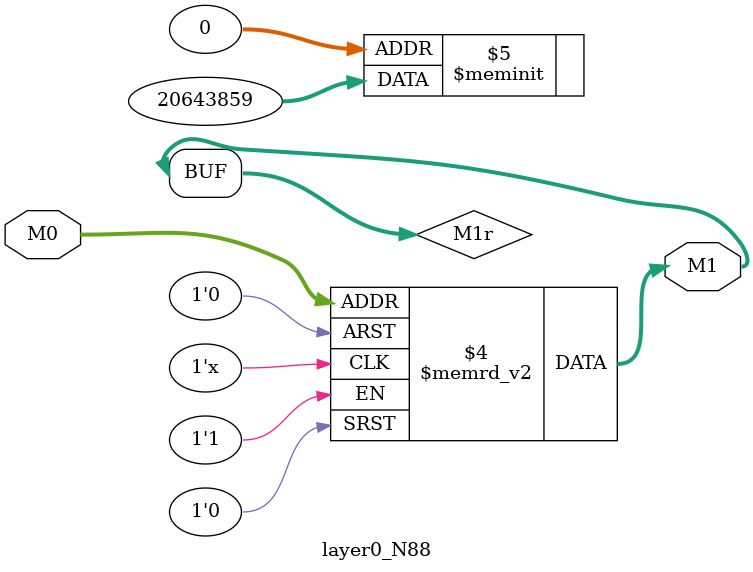
<source format=v>
module layer0_N88 ( input [3:0] M0, output [1:0] M1 );

	(*rom_style = "distributed" *) reg [1:0] M1r;
	assign M1 = M1r;
	always @ (M0) begin
		case (M0)
			4'b0000: M1r = 2'b11;
			4'b1000: M1r = 2'b11;
			4'b0100: M1r = 2'b00;
			4'b1100: M1r = 2'b01;
			4'b0010: M1r = 2'b01;
			4'b1010: M1r = 2'b11;
			4'b0110: M1r = 2'b00;
			4'b1110: M1r = 2'b00;
			4'b0001: M1r = 2'b00;
			4'b1001: M1r = 2'b10;
			4'b0101: M1r = 2'b00;
			4'b1101: M1r = 2'b00;
			4'b0011: M1r = 2'b00;
			4'b1011: M1r = 2'b00;
			4'b0111: M1r = 2'b00;
			4'b1111: M1r = 2'b00;

		endcase
	end
endmodule

</source>
